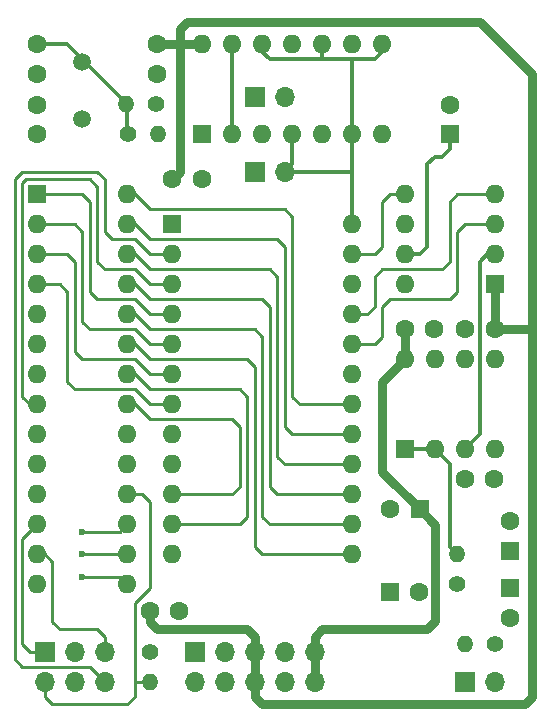
<source format=gtl>
G04 #@! TF.GenerationSoftware,KiCad,Pcbnew,6.0.4+dfsg-1+b1*
G04 #@! TF.CreationDate,2022-04-24T01:38:01+03:00*
G04 #@! TF.ProjectId,yatabaza-synth,79617461-6261-47a6-912d-73796e74682e,rev?*
G04 #@! TF.SameCoordinates,Original*
G04 #@! TF.FileFunction,Copper,L1,Top*
G04 #@! TF.FilePolarity,Positive*
%FSLAX46Y46*%
G04 Gerber Fmt 4.6, Leading zero omitted, Abs format (unit mm)*
G04 Created by KiCad (PCBNEW 6.0.4+dfsg-1+b1) date 2022-04-24 01:38:01*
%MOMM*%
%LPD*%
G01*
G04 APERTURE LIST*
G04 #@! TA.AperFunction,ComponentPad*
%ADD10C,1.600000*%
G04 #@! TD*
G04 #@! TA.AperFunction,ComponentPad*
%ADD11R,1.600000X1.600000*%
G04 #@! TD*
G04 #@! TA.AperFunction,ComponentPad*
%ADD12C,1.400000*%
G04 #@! TD*
G04 #@! TA.AperFunction,ComponentPad*
%ADD13O,1.400000X1.400000*%
G04 #@! TD*
G04 #@! TA.AperFunction,ComponentPad*
%ADD14O,1.600000X1.600000*%
G04 #@! TD*
G04 #@! TA.AperFunction,ComponentPad*
%ADD15C,1.500000*%
G04 #@! TD*
G04 #@! TA.AperFunction,ComponentPad*
%ADD16R,1.700000X1.700000*%
G04 #@! TD*
G04 #@! TA.AperFunction,ComponentPad*
%ADD17O,1.700000X1.700000*%
G04 #@! TD*
G04 #@! TA.AperFunction,ViaPad*
%ADD18C,0.600000*%
G04 #@! TD*
G04 #@! TA.AperFunction,Conductor*
%ADD19C,0.750000*%
G04 #@! TD*
G04 #@! TA.AperFunction,Conductor*
%ADD20C,0.375000*%
G04 #@! TD*
G04 #@! TA.AperFunction,Conductor*
%ADD21C,0.250000*%
G04 #@! TD*
G04 APERTURE END LIST*
D10*
X48895000Y-39370000D03*
X51395000Y-39370000D03*
X53975000Y-52070000D03*
X56475000Y-52070000D03*
D11*
X50165000Y-54610000D03*
D10*
X47665000Y-54610000D03*
D11*
X47625000Y-61595000D03*
D10*
X50125000Y-61595000D03*
X27325000Y-63182500D03*
X29825000Y-63182500D03*
X29210000Y-26670000D03*
X31710000Y-26670000D03*
X27940000Y-15240000D03*
X27940000Y-17740000D03*
X56515000Y-39370000D03*
X54015000Y-39370000D03*
X17780000Y-22860000D03*
X17780000Y-20360000D03*
X17780000Y-15240000D03*
X17780000Y-17740000D03*
D11*
X52705000Y-22860000D03*
D10*
X52705000Y-20360000D03*
D11*
X57785000Y-61277500D03*
D10*
X57785000Y-63777500D03*
D11*
X57785000Y-58102500D03*
D10*
X57785000Y-55602500D03*
D12*
X25450000Y-22860000D03*
D13*
X27990000Y-22860000D03*
D12*
X27890000Y-20310000D03*
D13*
X25350000Y-20310000D03*
D12*
X56515000Y-66040000D03*
D13*
X53975000Y-66040000D03*
D11*
X17780000Y-27940000D03*
D14*
X17780000Y-30480000D03*
X17780000Y-33020000D03*
X17780000Y-35560000D03*
X17780000Y-38100000D03*
X17780000Y-40640000D03*
X17780000Y-43180000D03*
X17780000Y-45720000D03*
X17780000Y-48260000D03*
X17780000Y-50800000D03*
X17780000Y-53340000D03*
X17780000Y-55880000D03*
X17780000Y-58420000D03*
X17780000Y-60960000D03*
X25400000Y-60960000D03*
X25400000Y-58420000D03*
X25400000Y-55880000D03*
X25400000Y-53340000D03*
X25400000Y-50800000D03*
X25400000Y-48260000D03*
X25400000Y-45720000D03*
X25400000Y-43180000D03*
X25400000Y-40640000D03*
X25400000Y-38100000D03*
X25400000Y-35560000D03*
X25400000Y-33020000D03*
X25400000Y-30480000D03*
X25400000Y-27940000D03*
D11*
X29210000Y-30480000D03*
D14*
X29210000Y-33020000D03*
X29210000Y-35560000D03*
X29210000Y-38100000D03*
X29210000Y-40640000D03*
X29210000Y-43180000D03*
X29210000Y-45720000D03*
X29210000Y-48260000D03*
X29210000Y-50800000D03*
X29210000Y-53340000D03*
X29210000Y-55880000D03*
X29210000Y-58420000D03*
X44450000Y-58420000D03*
X44450000Y-55880000D03*
X44450000Y-53340000D03*
X44450000Y-50800000D03*
X44450000Y-48260000D03*
X44450000Y-45720000D03*
X44450000Y-43180000D03*
X44450000Y-40640000D03*
X44450000Y-38100000D03*
X44450000Y-35560000D03*
X44450000Y-33020000D03*
X44450000Y-30480000D03*
D11*
X31750000Y-22860000D03*
D14*
X34290000Y-22860000D03*
X36830000Y-22860000D03*
X39370000Y-22860000D03*
X41910000Y-22860000D03*
X44450000Y-22860000D03*
X46990000Y-22860000D03*
X46990000Y-15240000D03*
X44450000Y-15240000D03*
X41910000Y-15240000D03*
X39370000Y-15240000D03*
X36830000Y-15240000D03*
X34290000Y-15240000D03*
X31750000Y-15240000D03*
D11*
X56515000Y-35560000D03*
D14*
X56515000Y-33020000D03*
X56515000Y-30480000D03*
X56515000Y-27940000D03*
X48895000Y-27940000D03*
X48895000Y-30480000D03*
X48895000Y-33020000D03*
X48895000Y-35560000D03*
D11*
X48895000Y-49530000D03*
D14*
X51435000Y-49530000D03*
X53975000Y-49530000D03*
X56515000Y-49530000D03*
X56515000Y-41910000D03*
X53975000Y-41910000D03*
X51435000Y-41910000D03*
X48895000Y-41910000D03*
D15*
X21590000Y-21590000D03*
X21590000Y-16710000D03*
D12*
X27305000Y-66675000D03*
D13*
X27305000Y-69215000D03*
D12*
X53340000Y-60910000D03*
D13*
X53340000Y-58370000D03*
D16*
X31115000Y-66675000D03*
D17*
X31115000Y-69215000D03*
X33655000Y-66675000D03*
X33655000Y-69215000D03*
X36195000Y-66675000D03*
X36195000Y-69215000D03*
X38735000Y-66675000D03*
X38735000Y-69215000D03*
X41275000Y-66675000D03*
X41275000Y-69215000D03*
D16*
X36195000Y-19685000D03*
D17*
X38735000Y-19685000D03*
D16*
X18415000Y-66675000D03*
D17*
X18415000Y-69215000D03*
X20955000Y-66675000D03*
X20955000Y-69215000D03*
X23495000Y-66675000D03*
X23495000Y-69215000D03*
D16*
X53975000Y-69215000D03*
D17*
X56515000Y-69215000D03*
D16*
X36195000Y-26035000D03*
D17*
X38735000Y-26035000D03*
D18*
X21590000Y-60325000D03*
X21590000Y-58420000D03*
X21590000Y-56515000D03*
D19*
X41910000Y-64770000D02*
X50800000Y-64770000D01*
X48895000Y-41910000D02*
X48895000Y-39370000D01*
X46990000Y-43815000D02*
X48895000Y-41910000D01*
X50800000Y-64770000D02*
X51499511Y-64070489D01*
X41275000Y-65405000D02*
X41910000Y-64770000D01*
X51499511Y-64070489D02*
X51499511Y-55944511D01*
X41275000Y-69215000D02*
X41275000Y-65405000D01*
X46990000Y-51435000D02*
X46990000Y-43815000D01*
X51499511Y-55944511D02*
X50165000Y-54610000D01*
X50165000Y-54610000D02*
X46990000Y-51435000D01*
X29845000Y-15240000D02*
X31750000Y-15240000D01*
X29845000Y-26035000D02*
X29210000Y-26670000D01*
X36195000Y-65405000D02*
X35560000Y-64770000D01*
X35560000Y-64770000D02*
X27940000Y-64770000D01*
X27940000Y-64770000D02*
X27305000Y-64135000D01*
X27305000Y-64135000D02*
X27305000Y-63500000D01*
X36195000Y-70485000D02*
X36830000Y-71120000D01*
X59055000Y-71120000D02*
X59690000Y-70485000D01*
X59690000Y-70485000D02*
X59690000Y-39370000D01*
X29845000Y-13970000D02*
X30480000Y-13335000D01*
X30480000Y-13335000D02*
X55245000Y-13335000D01*
X59690000Y-17780000D02*
X59690000Y-39370000D01*
X59690000Y-17780000D02*
X55245000Y-13335000D01*
X36830000Y-71120000D02*
X59055000Y-71120000D01*
X36195000Y-69215000D02*
X36195000Y-70485000D01*
X27940000Y-15240000D02*
X29845000Y-15240000D01*
X29845000Y-15240000D02*
X29845000Y-26035000D01*
X36195000Y-69215000D02*
X36195000Y-66675000D01*
X36195000Y-66675000D02*
X36195000Y-65405000D01*
X29845000Y-15240000D02*
X29845000Y-13970000D01*
X59690000Y-39370000D02*
X56515000Y-39370000D01*
X56515000Y-39370000D02*
X56515000Y-35560000D01*
D20*
X20320000Y-15240000D02*
X21590000Y-16510000D01*
X25400000Y-22860000D02*
X25400000Y-20320000D01*
X21590000Y-16510000D02*
X25400000Y-20320000D01*
X17780000Y-15240000D02*
X20320000Y-15240000D01*
X50165000Y-33020000D02*
X50800000Y-32385000D01*
X50800000Y-25400000D02*
X51435000Y-24765000D01*
X51435000Y-24765000D02*
X52070000Y-24765000D01*
X48895000Y-33020000D02*
X50165000Y-33020000D01*
X52705000Y-24130000D02*
X52070000Y-24765000D01*
X52705000Y-22860000D02*
X52705000Y-24130000D01*
X50800000Y-25400000D02*
X50800000Y-32385000D01*
D21*
X18415000Y-70485000D02*
X19050000Y-71120000D01*
X19050000Y-71120000D02*
X25400000Y-71120000D01*
X26035000Y-69215000D02*
X26035000Y-70485000D01*
X26035000Y-70485000D02*
X25400000Y-71120000D01*
X26035000Y-69215000D02*
X26035000Y-62547500D01*
X27305000Y-53975000D02*
X26670000Y-53340000D01*
X27305000Y-69215000D02*
X26035000Y-69215000D01*
X18415000Y-69215000D02*
X18415000Y-70485000D01*
X27305000Y-61277500D02*
X27305000Y-53975000D01*
X26035000Y-62547500D02*
X27305000Y-61277500D01*
X26670000Y-53340000D02*
X25400000Y-53340000D01*
X17780000Y-55880000D02*
X16510000Y-57150000D01*
X16510000Y-57150000D02*
X16510000Y-66040000D01*
X16510000Y-66040000D02*
X17145000Y-66675000D01*
X17145000Y-66675000D02*
X18415000Y-66675000D01*
X27305000Y-33020000D02*
X26035000Y-31750000D01*
X26035000Y-31750000D02*
X24130000Y-31750000D01*
X24130000Y-31750000D02*
X23495000Y-31115000D01*
X23495000Y-31115000D02*
X23495000Y-26670000D01*
X23495000Y-26670000D02*
X22860000Y-26035000D01*
X22860000Y-26035000D02*
X16510000Y-26035000D01*
X16510000Y-26035000D02*
X15875000Y-26670000D01*
X15875000Y-67310000D02*
X16510000Y-67945000D01*
X16510000Y-67945000D02*
X22225000Y-67945000D01*
X22225000Y-67945000D02*
X23495000Y-69215000D01*
X15875000Y-26670000D02*
X15875000Y-67310000D01*
X29210000Y-33020000D02*
X27305000Y-33020000D01*
X18415000Y-58420000D02*
X19050000Y-59055000D01*
X19050000Y-59055000D02*
X19050000Y-64135000D01*
X19050000Y-64135000D02*
X19685000Y-64770000D01*
X19685000Y-64770000D02*
X22860000Y-64770000D01*
X22860000Y-64770000D02*
X23495000Y-65405000D01*
X23495000Y-65405000D02*
X23495000Y-66675000D01*
D20*
X34290000Y-22860000D02*
X34290000Y-15240000D01*
X51435000Y-49530000D02*
X52705000Y-50800000D01*
X52705000Y-50800000D02*
X52705000Y-57785000D01*
X52705000Y-57785000D02*
X53340000Y-58420000D01*
X48895000Y-49530000D02*
X51435000Y-49530000D01*
D21*
X27305000Y-38100000D02*
X26035000Y-36830000D01*
X26035000Y-36830000D02*
X22860000Y-36830000D01*
X22860000Y-36830000D02*
X22225000Y-36195000D01*
X22225000Y-36195000D02*
X22225000Y-28575000D01*
X22225000Y-28575000D02*
X21590000Y-27940000D01*
X21590000Y-27940000D02*
X17780000Y-27940000D01*
X29210000Y-38100000D02*
X27305000Y-38100000D01*
X27305000Y-40640000D02*
X26035000Y-39370000D01*
X26035000Y-39370000D02*
X22225000Y-39370000D01*
X22225000Y-39370000D02*
X21590000Y-38735000D01*
X21590000Y-38735000D02*
X21590000Y-31115000D01*
X21590000Y-31115000D02*
X20955000Y-30480000D01*
X20955000Y-30480000D02*
X17780000Y-30480000D01*
X29210000Y-40640000D02*
X27305000Y-40640000D01*
X27305000Y-43180000D02*
X26035000Y-41910000D01*
X26035000Y-41910000D02*
X21590000Y-41910000D01*
X21590000Y-41910000D02*
X20955000Y-41275000D01*
X20955000Y-41275000D02*
X20955000Y-33655000D01*
X20320000Y-33020000D02*
X17780000Y-33020000D01*
X20955000Y-33655000D02*
X20320000Y-33020000D01*
X29210000Y-43180000D02*
X27305000Y-43180000D01*
X27305000Y-45720000D02*
X26035000Y-44450000D01*
X26035000Y-44450000D02*
X20955000Y-44450000D01*
X20955000Y-44450000D02*
X20320000Y-43815000D01*
X20320000Y-43815000D02*
X20320000Y-36195000D01*
X20320000Y-36195000D02*
X19685000Y-35560000D01*
X19685000Y-35560000D02*
X17780000Y-35560000D01*
X29210000Y-45720000D02*
X27305000Y-45720000D01*
X22860000Y-33655000D02*
X23495000Y-34290000D01*
X16510000Y-26987500D02*
X16827500Y-26670000D01*
X22860000Y-27305000D02*
X22860000Y-33655000D01*
X27305000Y-35560000D02*
X29210000Y-35560000D01*
X16510000Y-45085000D02*
X16510000Y-26987500D01*
X16827500Y-26670000D02*
X22225000Y-26670000D01*
X22225000Y-26670000D02*
X22860000Y-27305000D01*
X23495000Y-34290000D02*
X26035000Y-34290000D01*
X26035000Y-34290000D02*
X27305000Y-35560000D01*
X17145000Y-45720000D02*
X16510000Y-45085000D01*
X34925000Y-52705000D02*
X34925000Y-47625000D01*
X34925000Y-47625000D02*
X34290000Y-46990000D01*
X34290000Y-46990000D02*
X27305000Y-46990000D01*
X26035000Y-45720000D02*
X27305000Y-46990000D01*
X34290000Y-53340000D02*
X34925000Y-52705000D01*
X29210000Y-53340000D02*
X34290000Y-53340000D01*
X29210000Y-55880000D02*
X34925000Y-55880000D01*
X26035000Y-43180000D02*
X27305000Y-44450000D01*
X34925000Y-55880000D02*
X35560000Y-55245000D01*
X35560000Y-55245000D02*
X35560000Y-45085000D01*
X35560000Y-45085000D02*
X34925000Y-44450000D01*
X27305000Y-44450000D02*
X34925000Y-44450000D01*
X26035000Y-40640000D02*
X27305000Y-41910000D01*
X36195000Y-57785000D02*
X36195000Y-42545000D01*
X36830000Y-58420000D02*
X44450000Y-58420000D01*
X27305000Y-41910000D02*
X35560000Y-41910000D01*
X36195000Y-42545000D02*
X35560000Y-41910000D01*
X36830000Y-58420000D02*
X36195000Y-57785000D01*
X37465000Y-55880000D02*
X44450000Y-55880000D01*
X26035000Y-38100000D02*
X27305000Y-39370000D01*
X36830000Y-55245000D02*
X36830000Y-40005000D01*
X36830000Y-40005000D02*
X36195000Y-39370000D01*
X37465000Y-55880000D02*
X36830000Y-55245000D01*
X27305000Y-39370000D02*
X36195000Y-39370000D01*
X38100000Y-53340000D02*
X44450000Y-53340000D01*
X27305000Y-36830000D02*
X26035000Y-35560000D01*
X37465000Y-52705000D02*
X37465000Y-37465000D01*
X38100000Y-53340000D02*
X37465000Y-52705000D01*
X37465000Y-37465000D02*
X36830000Y-36830000D01*
X27305000Y-36830000D02*
X36830000Y-36830000D01*
X26035000Y-33020000D02*
X27305000Y-34290000D01*
X38100000Y-50165000D02*
X38100000Y-34925000D01*
X38735000Y-50800000D02*
X38100000Y-50165000D01*
X27305000Y-34290000D02*
X37465000Y-34290000D01*
X38100000Y-34925000D02*
X37465000Y-34290000D01*
X38735000Y-50800000D02*
X44450000Y-50800000D01*
X26035000Y-30480000D02*
X27305000Y-31750000D01*
X38735000Y-47625000D02*
X38735000Y-32385000D01*
X27305000Y-31750000D02*
X38100000Y-31750000D01*
X39370000Y-48260000D02*
X38735000Y-47625000D01*
X38735000Y-32385000D02*
X38100000Y-31750000D01*
X39370000Y-48260000D02*
X44450000Y-48260000D01*
X39370000Y-45085000D02*
X39370000Y-29845000D01*
X27305000Y-29210000D02*
X26035000Y-27940000D01*
X27305000Y-29210000D02*
X38735000Y-29210000D01*
X39370000Y-29845000D02*
X38735000Y-29210000D01*
X40005000Y-45720000D02*
X39370000Y-45085000D01*
X44450000Y-45720000D02*
X40005000Y-45720000D01*
X46355000Y-40640000D02*
X46990000Y-40005000D01*
X46990000Y-40005000D02*
X46990000Y-37465000D01*
X46990000Y-37465000D02*
X47625000Y-36830000D01*
X47625000Y-36830000D02*
X52705000Y-36830000D01*
X52705000Y-36830000D02*
X53340000Y-36195000D01*
X53340000Y-36195000D02*
X53340000Y-31115000D01*
X53340000Y-31115000D02*
X53975000Y-30480000D01*
X53975000Y-30480000D02*
X56515000Y-30480000D01*
X44450000Y-40640000D02*
X46355000Y-40640000D01*
X44450000Y-38100000D02*
X45720000Y-38100000D01*
X45720000Y-38100000D02*
X46355000Y-37465000D01*
X52705000Y-33655000D02*
X52705000Y-28575000D01*
X53340000Y-27940000D02*
X56515000Y-27940000D01*
X46355000Y-34925000D02*
X46990000Y-34290000D01*
X46990000Y-34290000D02*
X52070000Y-34290000D01*
X46355000Y-37465000D02*
X46355000Y-34925000D01*
X52070000Y-34290000D02*
X52705000Y-33655000D01*
X52705000Y-28575000D02*
X53340000Y-27940000D01*
X46355000Y-33020000D02*
X46990000Y-32385000D01*
X46990000Y-32385000D02*
X46990000Y-28575000D01*
X46990000Y-28575000D02*
X47625000Y-27940000D01*
X47625000Y-27940000D02*
X48895000Y-27940000D01*
X44450000Y-33020000D02*
X46355000Y-33020000D01*
D20*
X46355000Y-16510000D02*
X46990000Y-15875000D01*
X46990000Y-15875000D02*
X46990000Y-15240000D01*
X41910000Y-16510000D02*
X44450000Y-16510000D01*
X37465000Y-16510000D02*
X36830000Y-15875000D01*
X36830000Y-15875000D02*
X36830000Y-15240000D01*
X44450000Y-16510000D02*
X46355000Y-16510000D01*
X44450000Y-26035000D02*
X44450000Y-30480000D01*
X37465000Y-16510000D02*
X41910000Y-16510000D01*
X41910000Y-15240000D02*
X41910000Y-16510000D01*
X44450000Y-22860000D02*
X44450000Y-26035000D01*
X39370000Y-22860000D02*
X39370000Y-25400000D01*
X44450000Y-22860000D02*
X44450000Y-16510000D01*
X44450000Y-26035000D02*
X38735000Y-26035000D01*
X55245000Y-48260000D02*
X55245000Y-33655000D01*
X55245000Y-33655000D02*
X55880000Y-33020000D01*
X55880000Y-33020000D02*
X56515000Y-33020000D01*
X53975000Y-49530000D02*
X55245000Y-48260000D01*
D21*
X21590000Y-60325000D02*
X24765000Y-60325000D01*
X24765000Y-60325000D02*
X25400000Y-60960000D01*
X25400000Y-58420000D02*
X21590000Y-58420000D01*
X21590000Y-56515000D02*
X24765000Y-56515000D01*
X24765000Y-56515000D02*
X25400000Y-55880000D01*
M02*

</source>
